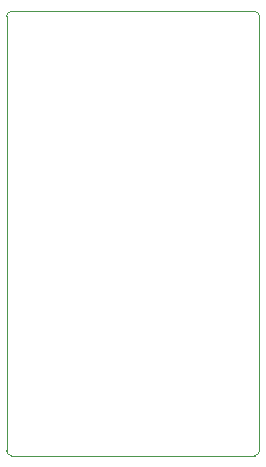
<source format=gbr>
%TF.GenerationSoftware,KiCad,Pcbnew,8.0.2-1*%
%TF.CreationDate,2025-01-02T17:14:25+07:00*%
%TF.ProjectId,ESP32-iPod-BLE,45535033-322d-4695-906f-642d424c452e,rev?*%
%TF.SameCoordinates,Original*%
%TF.FileFunction,Profile,NP*%
%FSLAX46Y46*%
G04 Gerber Fmt 4.6, Leading zero omitted, Abs format (unit mm)*
G04 Created by KiCad (PCBNEW 8.0.2-1) date 2025-01-02 17:14:25*
%MOMM*%
%LPD*%
G01*
G04 APERTURE LIST*
%TA.AperFunction,Profile*%
%ADD10C,0.050000*%
%TD*%
G04 APERTURE END LIST*
D10*
X125200000Y-70000000D02*
X104600000Y-70000000D01*
X125600000Y-107200000D02*
X125600000Y-70400000D01*
X104600000Y-107600000D02*
X125200000Y-107600000D01*
X104200000Y-70400000D02*
X104200000Y-107200000D01*
X104600000Y-107600000D02*
G75*
G02*
X104200000Y-107200000I0J400000D01*
G01*
X104200000Y-70400000D02*
G75*
G02*
X104600000Y-70000000I400000J0D01*
G01*
X125200000Y-70000000D02*
G75*
G02*
X125600000Y-70400000I0J-400000D01*
G01*
X125600000Y-107200000D02*
G75*
G02*
X125200000Y-107600000I-400000J0D01*
G01*
M02*

</source>
